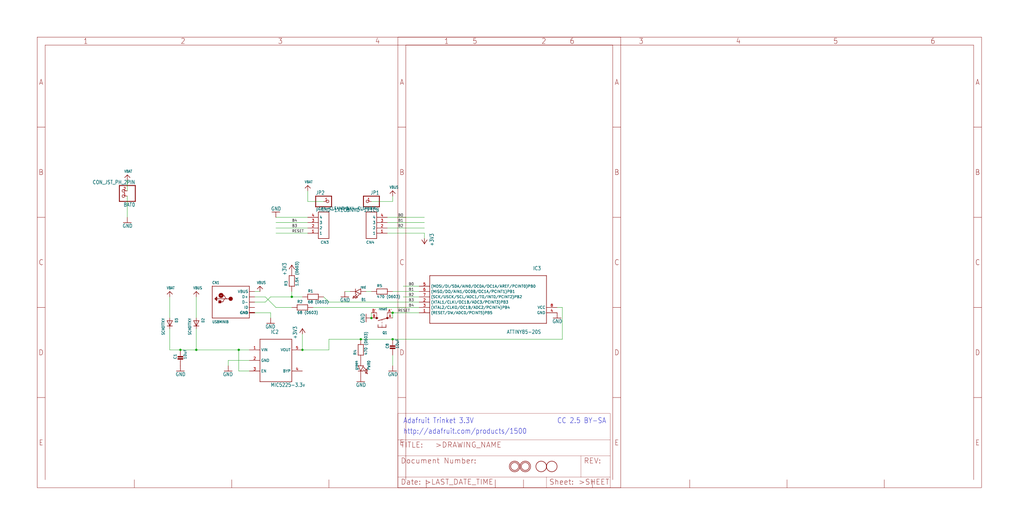
<source format=kicad_sch>
(kicad_sch (version 20211123) (generator eeschema)
  (paper "User" 490.22 254.406)
  (lib_symbols
    (symbol "eagleSchem-eagle-import:+3V3" (power)
      (property "Value" "+3V3" (at -2.54 -5.08 90))
      (symbol "+3V3_1_0"
        (polyline (pts (xy 0 0) (xy -1.27 -1.905)) (stroke (width 0.254)))
        (polyline (pts (xy 1.27 -1.905) (xy 0 0)) (stroke (width 0.254)))
        (pin power_in line (at 0 -2.54 90) (length 2.54) (name "+3V3") (number "1"))
      )
    )
    (symbol "eagleSchem-eagle-import:1X4-CLEANBIG"
      (property "Reference" "CN" (at 5.08 7.62 0))
      (property "Value" "1X4-CLEANBIG" (at 0 -10.16 0))
      (symbol "1X4-CLEANBIG_1_0"
        (polyline (pts (xy 0 -7.62) (xy 0 5.08)) (stroke (width 0.254)))
        (polyline (pts (xy 0 5.08) (xy 5.08 5.08)) (stroke (width 0.254)))
        (polyline (pts (xy 5.08 -7.62) (xy 0 -7.62)) (stroke (width 0.254)))
        (polyline (pts (xy 5.08 5.08) (xy 5.08 -7.62)) (stroke (width 0.254)))
        (pin bidirectional line (at -5.08 2.54 0) (length 5.08) (name "1") (number "1"))
        (pin bidirectional line (at -5.08 0 0) (length 5.08) (name "2") (number "2"))
        (pin bidirectional line (at -5.08 -2.54 0) (length 5.08) (name "3") (number "3"))
        (pin bidirectional line (at -5.08 -5.08 0) (length 5.08) (name "4") (number "4"))
      )
    )
    (symbol "eagleSchem-eagle-import:ATTINY85S"
      (property "Reference" "IC" (at -25.4 12.7 0))
      (property "Value" "ATTINY85S" (at -25.4 -17.78 0))
      (symbol "ATTINY85S_1_0"
        (polyline (pts (xy -27.94 -12.7) (xy -27.94 10.16)) (stroke (width 0.254)))
        (polyline (pts (xy -27.94 10.16) (xy 27.94 10.16)) (stroke (width 0.254)))
        (polyline (pts (xy 27.94 -12.7) (xy -27.94 -12.7)) (stroke (width 0.254)))
        (polyline (pts (xy 27.94 10.16) (xy 27.94 -12.7)) (stroke (width 0.254)))
        (pin bidirectional line (at 33.02 -7.62 180) (length 5.08) (name "(RESET/DW/ADC0/PCINT5)PB5") (number "1"))
        (pin bidirectional line (at 33.02 -2.54 180) (length 5.08) (name "(XTAL1/CLKI/OC1B/ADC3/PCINT3)PB3") (number "2"))
        (pin bidirectional line (at 33.02 -5.08 180) (length 5.08) (name "(XTAL2/CLKO/OC1B/ADC2/PCINT4)PB4") (number "3"))
        (pin bidirectional line (at -33.02 -7.62 0) (length 5.08) (name "GND") (number "4"))
        (pin bidirectional line (at 33.02 5.08 180) (length 5.08) (name "(MOSI/DI/SDA/AIN0/OC0A/OC1A/AREF/PCINT0)PB0") (number "5"))
        (pin bidirectional line (at 33.02 2.54 180) (length 5.08) (name "(MISO/DO/AIN1/OC0B/OC1A/PCINT1)PB1") (number "6"))
        (pin bidirectional line (at 33.02 0 180) (length 5.08) (name "(SCK/USCK/SCL/ADC1/T0/INT0/PCINT2)PB2") (number "7"))
        (pin bidirectional line (at -33.02 -5.08 0) (length 5.08) (name "VCC") (number "8"))
      )
    )
    (symbol "eagleSchem-eagle-import:CAP_CERAMIC0805-NOOUTLINE"
      (property "Reference" "C" (at -1.79 0.54 90))
      (property "Value" "CAP_CERAMIC0805-NOOUTLINE" (at 3 0.54 90))
      (symbol "CAP_CERAMIC0805-NOOUTLINE_1_0"
        (rectangle (start -1.27 0.508) (end 1.27 1.016) (fill (type outline)))
        (rectangle (start -1.27 1.524) (end 1.27 2.032) (fill (type outline)))
        (polyline (pts (xy 0 0.762) (xy 0 0)) (stroke (width 0.1524)))
        (polyline (pts (xy 0 2.54) (xy 0 1.778)) (stroke (width 0.1524)))
        (pin passive line (at 0 5.08 270) (length 2.54) (name "1") (number "1"))
        (pin passive line (at 0 -2.54 90) (length 2.54) (name "2") (number "2"))
      )
    )
    (symbol "eagleSchem-eagle-import:CON_JST_PH_2PIN"
      (property "Reference" "X" (at -6.35 5.715 0))
      (property "Value" "CON_JST_PH_2PIN" (at -6.35 -5.08 0))
      (symbol "CON_JST_PH_2PIN_1_0"
        (polyline (pts (xy -6.35 -2.54) (xy 1.27 -2.54)) (stroke (width 0.4064)))
        (polyline (pts (xy -6.35 5.08) (xy -6.35 -2.54)) (stroke (width 0.4064)))
        (polyline (pts (xy 1.27 -2.54) (xy 1.27 5.08)) (stroke (width 0.4064)))
        (polyline (pts (xy 1.27 5.08) (xy -6.35 5.08)) (stroke (width 0.4064)))
        (pin passive inverted (at -2.54 2.54 0) (length 2.54) (name "1") (number "1"))
        (pin passive inverted (at -2.54 0 0) (length 2.54) (name "2") (number "2"))
      )
    )
    (symbol "eagleSchem-eagle-import:DIODE_SOD-123FL"
      (property "Reference" "D" (at -2.54 2.54 0))
      (property "Value" "DIODE_SOD-123FL" (at -2.54 -3.81 0))
      (symbol "DIODE_SOD-123FL_1_0"
        (polyline (pts (xy -1.27 -1.27) (xy 1.27 0)) (stroke (width 0.254)))
        (polyline (pts (xy -1.27 1.27) (xy -1.27 -1.27)) (stroke (width 0.254)))
        (polyline (pts (xy 1.27 0) (xy -1.27 1.27)) (stroke (width 0.254)))
        (polyline (pts (xy 1.27 0) (xy 1.27 -1.27)) (stroke (width 0.254)))
        (polyline (pts (xy 1.27 1.27) (xy 1.27 0)) (stroke (width 0.254)))
        (pin passive line (at -2.54 0 0) (length 2.54) (name "A") (number "A"))
        (pin passive line (at 2.54 0 180) (length 2.54) (name "C") (number "C"))
      )
    )
    (symbol "eagleSchem-eagle-import:FIDUCIAL"
      (symbol "FIDUCIAL_1_0"
        (circle (center 0 0) (radius 2.54) (stroke (width 0.254)))
      )
    )
    (symbol "eagleSchem-eagle-import:FRAME_A_L"
      (symbol "FRAME_A_L_0_0"
        (polyline (pts (xy 0 43.18) (xy 3.81 43.18)))
        (polyline (pts (xy 0 86.36) (xy 3.81 86.36)))
        (polyline (pts (xy 0 129.54) (xy 3.81 129.54)))
        (polyline (pts (xy 0 172.72) (xy 3.81 172.72)))
        (polyline (pts (xy 3.81 3.81) (xy 3.81 212.09)))
        (polyline (pts (xy 46.5667 0) (xy 46.5667 3.81)))
        (polyline (pts (xy 93.1333 0) (xy 93.1333 3.81)))
        (polyline (pts (xy 139.7 0) (xy 139.7 3.81)))
        (polyline (pts (xy 186.2667 0) (xy 186.2667 3.81)))
        (polyline (pts (xy 232.8333 0) (xy 232.8333 3.81)))
        (polyline (pts (xy 275.59 3.81) (xy 275.59 212.09)))
        (polyline (pts (xy 275.59 43.18) (xy 279.4 43.18)))
        (polyline (pts (xy 275.59 86.36) (xy 279.4 86.36)))
        (polyline (pts (xy 275.59 129.54) (xy 279.4 129.54)))
        (polyline (pts (xy 275.59 172.72) (xy 279.4 172.72)))
        (polyline (pts (xy 275.59 212.09) (xy 3.81 212.09)))
        (polyline (pts (xy 0 0) (xy 279.4 0) (xy 279.4 215.9) (xy 0 215.9) (xy 0 0)))
        (text "1" (at 23.2833 213.995 0) (effects (font (size 2.54 2.286))))
        (text "2" (at 69.85 213.995 0) (effects (font (size 2.54 2.286))))
        (text "3" (at 116.4167 213.995 0) (effects (font (size 2.54 2.286))))
        (text "4" (at 162.9833 213.995 0) (effects (font (size 2.54 2.286))))
        (text "5" (at 209.55 213.995 0) (effects (font (size 2.54 2.286))))
        (text "6" (at 256.1167 213.995 0) (effects (font (size 2.54 2.286))))
        (text "A" (at 1.905 194.31 0) (effects (font (size 2.54 2.286))))
        (text "A" (at 277.495 194.31 0) (effects (font (size 2.54 2.286))))
        (text "B" (at 1.905 151.13 0) (effects (font (size 2.54 2.286))))
        (text "B" (at 277.495 151.13 0) (effects (font (size 2.54 2.286))))
        (text "C" (at 1.905 107.95 0) (effects (font (size 2.54 2.286))))
        (text "C" (at 277.495 107.95 0) (effects (font (size 2.54 2.286))))
        (text "D" (at 1.905 64.77 0) (effects (font (size 2.54 2.286))))
        (text "D" (at 277.495 64.77 0) (effects (font (size 2.54 2.286))))
        (text "E" (at 1.905 21.59 0) (effects (font (size 2.54 2.286))))
        (text "E" (at 277.495 21.59 0) (effects (font (size 2.54 2.286))))
      )
      (symbol "FRAME_A_L_2_0"
        (polyline (pts (xy 0 0) (xy 0 5.08)) (stroke (width 0.1016)))
        (polyline (pts (xy 0 0) (xy 71.12 0)) (stroke (width 0.1016)))
        (polyline (pts (xy 0 5.08) (xy 0 15.24)) (stroke (width 0.1016)))
        (polyline (pts (xy 0 5.08) (xy 71.12 5.08)) (stroke (width 0.1016)))
        (polyline (pts (xy 0 15.24) (xy 0 22.86)) (stroke (width 0.1016)))
        (polyline (pts (xy 0 22.86) (xy 0 35.56)) (stroke (width 0.1016)))
        (polyline (pts (xy 0 22.86) (xy 101.6 22.86)) (stroke (width 0.1016)))
        (polyline (pts (xy 71.12 0) (xy 101.6 0)) (stroke (width 0.1016)))
        (polyline (pts (xy 71.12 5.08) (xy 71.12 0)) (stroke (width 0.1016)))
        (polyline (pts (xy 71.12 5.08) (xy 87.63 5.08)) (stroke (width 0.1016)))
        (polyline (pts (xy 87.63 5.08) (xy 101.6 5.08)) (stroke (width 0.1016)))
        (polyline (pts (xy 87.63 15.24) (xy 0 15.24)) (stroke (width 0.1016)))
        (polyline (pts (xy 87.63 15.24) (xy 87.63 5.08)) (stroke (width 0.1016)))
        (polyline (pts (xy 101.6 5.08) (xy 101.6 0)) (stroke (width 0.1016)))
        (polyline (pts (xy 101.6 15.24) (xy 87.63 15.24)) (stroke (width 0.1016)))
        (polyline (pts (xy 101.6 15.24) (xy 101.6 5.08)) (stroke (width 0.1016)))
        (polyline (pts (xy 101.6 22.86) (xy 101.6 15.24)) (stroke (width 0.1016)))
        (polyline (pts (xy 101.6 35.56) (xy 0 35.56)) (stroke (width 0.1016)))
        (polyline (pts (xy 101.6 35.56) (xy 101.6 22.86)) (stroke (width 0.1016)))
        (text ">DRAWING_NAME" (at 17.78 19.05 0) (effects (font (size 2.54 2.54)) (justify left bottom)))
        (text ">LAST_DATE_TIME" (at 12.7 1.27 0) (effects (font (size 2.54 2.54)) (justify left bottom)))
        (text ">SHEET" (at 86.36 1.27 0) (effects (font (size 2.54 2.54)) (justify left bottom)))
        (text "Date:" (at 1.27 1.27 0) (effects (font (size 2.54 2.54)) (justify left bottom)))
        (text "Document Number:" (at 1.27 11.43 0) (effects (font (size 2.54 2.54)) (justify left bottom)))
        (text "REV:" (at 88.9 11.43 0) (effects (font (size 2.54 2.54)) (justify left bottom)))
        (text "Sheet:" (at 72.39 1.27 0) (effects (font (size 2.54 2.54)) (justify left bottom)))
        (text "TITLE:" (at 1.27 19.05 0) (effects (font (size 2.54 2.54)) (justify left bottom)))
      )
    )
    (symbol "eagleSchem-eagle-import:GND" (power)
      (property "Value" "GND" (at -2.54 -2.54 0))
      (symbol "GND_1_0"
        (polyline (pts (xy -1.905 0) (xy 1.905 0)) (stroke (width 0.254)))
        (pin power_in line (at 0 2.54 270) (length 2.54) (name "GND") (number "1"))
      )
    )
    (symbol "eagleSchem-eagle-import:LED0805_NOOUTLINE"
      (property "Reference" "LED" (at -5.08 3.175 0))
      (property "Value" "LED0805_NOOUTLINE" (at -5.08 -2.794 0))
      (symbol "LED0805_NOOUTLINE_1_0"
        (polyline (pts (xy -2.54 -1.27) (xy 0 0)) (stroke (width 0.254)))
        (polyline (pts (xy -2.54 1.27) (xy -2.54 -1.27)) (stroke (width 0.254)))
        (polyline (pts (xy -1.905 1.27) (xy -0.635 2.54)) (stroke (width 0.254)))
        (polyline (pts (xy -0.9525 2.8575) (xy -0.3175 2.2225)) (stroke (width 0.254)))
        (polyline (pts (xy -0.635 1.27) (xy 0.635 2.54)) (stroke (width 0.254)))
        (polyline (pts (xy -0.3175 2.2225) (xy 0 3.175)) (stroke (width 0.254)))
        (polyline (pts (xy 0 0) (xy -2.54 1.27)) (stroke (width 0.254)))
        (polyline (pts (xy 0 0) (xy 0 -1.27)) (stroke (width 0.254)))
        (polyline (pts (xy 0 1.27) (xy 0 0)) (stroke (width 0.254)))
        (polyline (pts (xy 0 3.175) (xy -0.9525 2.8575)) (stroke (width 0.254)))
        (polyline (pts (xy 0.3175 2.8575) (xy 0.9525 2.2225)) (stroke (width 0.254)))
        (polyline (pts (xy 0.9525 2.2225) (xy 1.27 3.175)) (stroke (width 0.254)))
        (polyline (pts (xy 1.27 3.175) (xy 0.3175 2.8575)) (stroke (width 0.254)))
        (pin passive line (at -5.08 0 0) (length 2.54) (name "A") (number "A"))
        (pin passive line (at 2.54 0 180) (length 2.54) (name "C") (number "C"))
      )
    )
    (symbol "eagleSchem-eagle-import:LP298XS"
      (property "Reference" "IC" (at -12.7 -5.08 90))
      (property "Value" "LP298XS" (at 12.7 -5.08 90))
      (symbol "LP298XS_1_0"
        (polyline (pts (xy -10.16 -10.16) (xy 10.16 -10.16)) (stroke (width 0.254)))
        (polyline (pts (xy -10.16 5.08) (xy -10.16 -10.16)) (stroke (width 0.254)))
        (polyline (pts (xy 10.16 -10.16) (xy 10.16 5.08)) (stroke (width 0.254)))
        (polyline (pts (xy 10.16 5.08) (xy -10.16 5.08)) (stroke (width 0.254)))
        (pin bidirectional line (at -5.08 -15.24 90) (length 5.08) (name "VIN") (number "1"))
        (pin bidirectional line (at 0 -15.24 90) (length 5.08) (name "GND") (number "2"))
        (pin bidirectional line (at 5.08 -15.24 90) (length 5.08) (name "EN") (number "3"))
        (pin bidirectional line (at 5.08 10.16 270) (length 5.08) (name "BYP") (number "4"))
        (pin bidirectional line (at -5.08 10.16 270) (length 5.08) (name "VOUT") (number "5"))
      )
    )
    (symbol "eagleSchem-eagle-import:MOUNTINGHOLE2.0"
      (symbol "MOUNTINGHOLE2.0_1_0"
        (circle (center 0 0) (radius 1.905) (stroke (width 0.254)))
        (circle (center 0 0) (radius 2.54) (stroke (width 0.254)))
      )
    )
    (symbol "eagleSchem-eagle-import:PINHD-1X1CB"
      (property "Reference" "JP" (at -6.35 3.175 0))
      (property "Value" "PINHD-1X1CB" (at -6.35 -5.08 0))
      (symbol "PINHD-1X1CB_1_0"
        (polyline (pts (xy -6.35 -2.54) (xy 1.27 -2.54)) (stroke (width 0.4064)))
        (polyline (pts (xy -6.35 2.54) (xy -6.35 -2.54)) (stroke (width 0.4064)))
        (polyline (pts (xy 1.27 -2.54) (xy 1.27 2.54)) (stroke (width 0.4064)))
        (polyline (pts (xy 1.27 2.54) (xy -6.35 2.54)) (stroke (width 0.4064)))
        (pin passive inverted (at -2.54 0 0) (length 2.54) (name "1") (number "1"))
      )
    )
    (symbol "eagleSchem-eagle-import:RESISTOR_0603_NOOUT"
      (property "Reference" "R" (at -2.54 2.032 0))
      (property "Value" "RESISTOR_0603_NOOUT" (at -2.54 -3.175 0))
      (symbol "RESISTOR_0603_NOOUT_1_0"
        (polyline (pts (xy -2.54 -1.27) (xy -2.54 1.27)) (stroke (width 0.254)))
        (polyline (pts (xy -2.54 1.27) (xy 2.54 1.27)) (stroke (width 0.254)))
        (polyline (pts (xy 2.54 -1.27) (xy -2.54 -1.27)) (stroke (width 0.254)))
        (polyline (pts (xy 2.54 1.27) (xy 2.54 -1.27)) (stroke (width 0.254)))
        (pin passive line (at -5.08 0 0) (length 2.54) (name "1") (number "1"))
        (pin passive line (at 5.08 0 180) (length 2.54) (name "2") (number "2"))
      )
    )
    (symbol "eagleSchem-eagle-import:SWITCH_TACT_SMT4.6X2.8"
      (property "Reference" "SW" (at -2.54 6.35 0))
      (property "Value" "SWITCH_TACT_SMT4.6X2.8" (at -2.54 -5.08 0))
      (symbol "SWITCH_TACT_SMT4.6X2.8_1_0"
        (circle (center -2.54 0) (radius 0.127) (stroke (width 0.4064)))
        (polyline (pts (xy -2.54 -2.54) (xy -2.54 0)) (stroke (width 0.1524)))
        (polyline (pts (xy -2.54 0) (xy 1.905 1.27)) (stroke (width 0.254)))
        (polyline (pts (xy -1.905 4.445) (xy -1.905 3.175)) (stroke (width 0.254)))
        (polyline (pts (xy 0 1.27) (xy 0 0.635)) (stroke (width 0.1524)))
        (polyline (pts (xy 0 2.54) (xy 0 1.905)) (stroke (width 0.1524)))
        (polyline (pts (xy 0 4.445) (xy -1.905 4.445)) (stroke (width 0.254)))
        (polyline (pts (xy 0 4.445) (xy 0 3.175)) (stroke (width 0.1524)))
        (polyline (pts (xy 1.905 0) (xy 2.54 0)) (stroke (width 0.254)))
        (polyline (pts (xy 1.905 4.445) (xy 0 4.445)) (stroke (width 0.254)))
        (polyline (pts (xy 1.905 4.445) (xy 1.905 3.175)) (stroke (width 0.254)))
        (polyline (pts (xy 2.54 -2.54) (xy 2.54 0)) (stroke (width 0.1524)))
        (circle (center 2.54 0) (radius 0.127) (stroke (width 0.4064)))
        (pin passive line (at -5.08 0 0) (length 2.54) (name "P") (number "A"))
        (pin passive line (at -5.08 -2.54 0) (length 2.54) (name "P1") (number "A'"))
        (pin passive line (at 5.08 0 180) (length 2.54) (name "S") (number "B"))
        (pin passive line (at 5.08 -2.54 180) (length 2.54) (name "S1") (number "B'"))
      )
    )
    (symbol "eagleSchem-eagle-import:USBMINIB"
      (property "Reference" "X" (at -10.16 8.636 0))
      (property "Value" "USBMINIB" (at -10.16 -10.16 0))
      (symbol "USBMINIB_1_0"
        (rectangle (start -7.12 -0.45) (end -5.92 0.75) (fill (type outline)))
        (circle (center -5.92 3.2) (radius 0.2) (stroke (width 1)))
        (circle (center -1.32 1.6) (radius 0.5) (stroke (width 1)))
        (polyline (pts (xy -10.2 7.62) (xy -10.16 7.62)) (stroke (width 0.254)))
        (polyline (pts (xy -10.16 -7.62) (xy 7.62 -7.62)) (stroke (width 0.254)))
        (polyline (pts (xy -10.16 7.62) (xy -10.16 -7.62)) (stroke (width 0.254)))
        (polyline (pts (xy -10.16 7.62) (xy 7.62 7.62)) (stroke (width 0.254)))
        (polyline (pts (xy -8.92 1.6) (xy -8.12 2.4)) (stroke (width 0.254)))
        (polyline (pts (xy -8.52 1.4) (xy -8.32 1.2)) (stroke (width 0.254)))
        (polyline (pts (xy -8.52 1.6) (xy -8.52 1.4)) (stroke (width 0.254)))
        (polyline (pts (xy -8.32 1.2) (xy -8.32 2)) (stroke (width 0.254)))
        (polyline (pts (xy -8.32 2) (xy -8.72 1.6)) (stroke (width 0.254)))
        (polyline (pts (xy -8.12 0.8) (xy -8.92 1.6)) (stroke (width 0.254)))
        (polyline (pts (xy -8.12 1) (xy -8.12 2.4)) (stroke (width 0.254)))
        (polyline (pts (xy -8.12 2.4) (xy -7.92 2.4)) (stroke (width 0.254)))
        (polyline (pts (xy -7.92 0.8) (xy -8.12 0.8)) (stroke (width 0.254)))
        (polyline (pts (xy -7.92 1.6) (xy -7.92 0.8)) (stroke (width 0.254)))
        (polyline (pts (xy -7.92 2.4) (xy -7.92 1.6)) (stroke (width 0.254)))
        (polyline (pts (xy -6.27 0.15) (xy -5.07 0.15)) (stroke (width 0.254)))
        (polyline (pts (xy -5.52 3.2) (xy -4.52 3.2)) (stroke (width 0.254)))
        (polyline (pts (xy -5.07 0.15) (xy -4.22 1.6)) (stroke (width 0.254)))
        (polyline (pts (xy -4.52 3.2) (xy -3.47 1.6)) (stroke (width 0.254)))
        (polyline (pts (xy -4.22 1.6) (xy -7.92 1.6)) (stroke (width 0.254)))
        (polyline (pts (xy -3.47 1.6) (xy -4.22 1.6)) (stroke (width 0.254)))
        (polyline (pts (xy -1.32 1.6) (xy -3.47 1.6)) (stroke (width 0.254)))
        (polyline (pts (xy 7.62 7.62) (xy 7.62 -7.62)) (stroke (width 0.254)))
        (pin bidirectional line (at 10.16 2.54 180) (length 2.54) (name "D+") (number "D+"))
        (pin bidirectional line (at 10.16 0 180) (length 2.54) (name "D-") (number "D-"))
        (pin power_in line (at 10.16 -5.08 180) (length 2.54) (name "GND") (number "GND"))
        (pin power_in line (at 10.16 -5.08 180) (length 2.54) (name "GND") (number "GND1"))
        (pin power_in line (at 10.16 -5.08 180) (length 2.54) (name "GND") (number "GND2"))
        (pin power_in line (at 10.16 -5.08 180) (length 2.54) (name "GND") (number "GND3"))
        (pin power_in line (at 10.16 -5.08 180) (length 2.54) (name "GND") (number "GND4"))
        (pin bidirectional line (at 10.16 -2.54 180) (length 2.54) (name "ID") (number "ID"))
        (pin power_in line (at 10.16 5.08 180) (length 2.54) (name "VBUS") (number "VBUS"))
      )
    )
    (symbol "eagleSchem-eagle-import:VBAT" (power)
      (property "Value" "VBAT" (at -1.524 1.016 0))
      (symbol "VBAT_1_0"
        (polyline (pts (xy -1.27 -1.27) (xy 0 0)) (stroke (width 0.254)))
        (polyline (pts (xy 0 0) (xy 1.27 -1.27)) (stroke (width 0.254)))
        (pin power_in line (at 0 -2.54 90) (length 2.54) (name "VBAT") (number "1"))
      )
    )
    (symbol "eagleSchem-eagle-import:VBUS" (power)
      (property "Value" "VBUS" (at -1.524 1.016 0))
      (symbol "VBUS_1_0"
        (polyline (pts (xy -1.27 -1.27) (xy 0 0)) (stroke (width 0.254)))
        (polyline (pts (xy 0 0) (xy 1.27 -1.27)) (stroke (width 0.254)))
        (pin power_in line (at 0 -2.54 90) (length 2.54) (name "VBUS") (number "1"))
      )
    )
  )
  (junction (at 187.96 162.56))
  (junction (at 177.8 152.4))
  (junction (at 86.36 167.64))
  (junction (at 144.78 167.64))
  (junction (at 172.72 162.56))
  (junction (at 187.96 149.86))
  (junction (at 114.3 167.64))
  (junction (at 93.98 167.64))
  (junction (at 139.7 142.24))
  (wire (pts (xy 124.46 139.7) (xy 121.92 139.7)))
  (wire (pts (xy 187.96 149.86) (xy 200.66 149.86)))
  (wire (pts (xy 157.48 162.56) (xy 172.72 162.56)))
  (wire (pts (xy 121.92 149.86) (xy 129.54 149.86)))
  (wire (pts (xy 93.98 167.64) (xy 114.3 167.64)))
  (wire (pts (xy 187.96 175.26) (xy 187.96 170.18)))
  (wire (pts (xy 139.7 139.7) (xy 139.7 142.24)))
  (wire (pts (xy 157.48 167.64) (xy 157.48 162.56)))
  (wire (pts (xy 139.7 142.24) (xy 144.78 142.24)))
  (wire (pts (xy 121.92 144.78) (xy 127 144.78)))
  (wire (pts (xy 187.96 162.56) (xy 269.24 162.56)))
  (wire (pts (xy 154.94 142.24) (xy 157.48 144.78)))
  (wire (pts (xy 147.32 104.14) (xy 132.08 104.14)))
  (wire (pts (xy 203.2 111.76) (xy 185.42 111.76)))
  (wire (pts (xy 129.54 149.86) (xy 129.54 152.4)))
  (wire (pts (xy 121.92 142.24) (xy 127 142.24)))
  (wire (pts (xy 147.32 96.52) (xy 147.32 91.44)))
  (wire (pts (xy 81.28 142.24) (xy 81.28 152.4)))
  (wire (pts (xy 93.98 157.48) (xy 93.98 167.64)))
  (wire (pts (xy 203.2 109.22) (xy 185.42 109.22)))
  (wire (pts (xy 185.42 104.14) (xy 203.2 104.14)))
  (wire (pts (xy 109.22 172.72) (xy 109.22 175.26)))
  (wire (pts (xy 119.38 172.72) (xy 109.22 172.72)))
  (wire (pts (xy 187.96 96.52) (xy 177.8 96.52)))
  (wire (pts (xy 86.36 167.64) (xy 81.28 167.64)))
  (wire (pts (xy 129.54 142.24) (xy 139.7 142.24)))
  (wire (pts (xy 147.32 111.76) (xy 132.08 111.76)))
  (wire (pts (xy 114.3 177.8) (xy 114.3 167.64)))
  (wire (pts (xy 193.04 137.16) (xy 200.66 137.16)))
  (wire (pts (xy 200.66 139.7) (xy 187.96 139.7)))
  (wire (pts (xy 132.08 147.32) (xy 139.7 147.32)))
  (wire (pts (xy 157.48 144.78) (xy 200.66 144.78)))
  (wire (pts (xy 187.96 149.86) (xy 187.96 152.4)))
  (wire (pts (xy 93.98 167.64) (xy 86.36 167.64)))
  (wire (pts (xy 114.3 167.64) (xy 119.38 167.64)))
  (wire (pts (xy 203.2 114.3) (xy 203.2 111.76)))
  (wire (pts (xy 147.32 109.22) (xy 132.08 109.22)))
  (wire (pts (xy 269.24 147.32) (xy 266.7 147.32)))
  (wire (pts (xy 93.98 152.4) (xy 93.98 142.24)))
  (wire (pts (xy 172.72 162.56) (xy 187.96 162.56)))
  (wire (pts (xy 81.28 167.64) (xy 81.28 157.48)))
  (wire (pts (xy 144.78 160.02) (xy 144.78 167.64)))
  (wire (pts (xy 60.96 104.14) (xy 60.96 93.98)))
  (wire (pts (xy 187.96 93.98) (xy 187.96 96.52)))
  (wire (pts (xy 177.8 139.7) (xy 175.26 139.7)))
  (wire (pts (xy 165.1 139.7) (xy 167.64 139.7)))
  (wire (pts (xy 127 142.24) (xy 132.08 147.32)))
  (wire (pts (xy 60.96 91.44) (xy 60.96 86.36)))
  (wire (pts (xy 119.38 177.8) (xy 114.3 177.8)))
  (wire (pts (xy 144.78 167.64) (xy 157.48 167.64)))
  (wire (pts (xy 127 144.78) (xy 129.54 142.24)))
  (wire (pts (xy 154.94 96.52) (xy 147.32 96.52)))
  (wire (pts (xy 193.04 142.24) (xy 200.66 142.24)))
  (wire (pts (xy 147.32 106.68) (xy 132.08 106.68)))
  (wire (pts (xy 149.86 147.32) (xy 200.66 147.32)))
  (wire (pts (xy 203.2 106.68) (xy 185.42 106.68)))
  (wire (pts (xy 269.24 162.56) (xy 269.24 147.32)))
  (wire (pts (xy 177.8 149.86) (xy 177.8 152.4)))
  (text "CC 2.5 BY-SA" (at 266.7 203.2 180) (effects (font (size 2.54 2.159)) (justify left bottom)))
  (text "http://adafruit.com/products/1500" (at 193.04 208.28 180) (effects (font (size 2.54 2.159)) (justify left bottom)))
  (text "Adafruit Trinket 3.3V" (at 193.04 203.2 180) (effects (font (size 2.54 2.159)) (justify left bottom)))
  (label "B3" (at 195.58 144.78 0) (effects (font (size 1.2446 1.2446))))
  (label "B1" (at 195.58 139.7 0) (effects (font (size 1.2446 1.2446))))
  (label "B0" (at 190.5 104.14 0) (effects (font (size 1.2446 1.2446))))
  (label "B1" (at 190.5 106.68 0) (effects (font (size 1.2446 1.2446))))
  (label "B0" (at 195.58 137.16 0) (effects (font (size 1.2446 1.2446))))
  (label "B4" (at 195.58 147.32 0) (effects (font (size 1.2446 1.2446))))
  (label "RESET" (at 190.5 149.86 0) (effects (font (size 1.2446 1.2446))))
  (label "B3" (at 139.7 109.22 0) (effects (font (size 1.2446 1.2446))))
  (label "RESET" (at 139.7 111.76 0) (effects (font (size 1.2446 1.2446))))
  (label "B2" (at 195.58 142.24 0) (effects (font (size 1.2446 1.2446))))
  (label "B2" (at 190.5 109.22 0) (effects (font (size 1.2446 1.2446))))
  (label "B4" (at 139.7 106.68 0) (effects (font (size 1.2446 1.2446))))
  (symbol (lib_id "eagleSchem-eagle-import:VBUS") (at 187.96 91.44 0) (unit 1)
    (property "Reference" "#U$11" (effects hide))
    (property "Value" "VBUS" (at 186.436 90.424 0) (effects (font (size 1.27 1.0795)) (justify left bottom)))
    (property "Footprint" "eagleSchem:" (effects hide))
  )
  (symbol (lib_id "eagleSchem-eagle-import:RESISTOR_0603_NOOUT") (at 182.88 139.7 0) (unit 1)
    (property "Reference" "R5" (at 180.34 137.668 0) (effects (justify left bottom)))
    (property "Value" "470 (0603)" (at 180.34 142.875 0) (effects (justify left bottom)))
    (property "Footprint" "eagleSchem:0603-NO" (effects hide))
  )
  (symbol (lib_id "eagleSchem-eagle-import:USBMINIB") (at 111.76 144.78 0) (unit 1)
    (property "Reference" "CN1" (at 101.6 136.144 0) (effects (font (size 1.27 1.0795)) (justify left bottom)))
    (property "Value" "USBMINIB" (at 101.6 154.94 0) (effects (font (size 1.27 1.0795)) (justify left bottom)))
    (property "Footprint" "eagleSchem:USB-MINIB" (effects hide))
  )
  (symbol (lib_id "eagleSchem-eagle-import:GND") (at 86.36 177.8 0) (mirror y) (unit 1)
    (property "Reference" "#GND3" (effects hide))
    (property "Value" "GND" (at 88.9 180.34 0) (effects (font (size 1.778 1.5113)) (justify left bottom)))
    (property "Footprint" "eagleSchem:" (effects hide))
  )
  (symbol (lib_id "eagleSchem-eagle-import:VBAT") (at 60.96 83.82 0) (unit 1)
    (property "Reference" "#U$7" (effects hide))
    (property "Value" "VBAT" (at 59.436 82.804 0) (effects (font (size 1.27 1.0795)) (justify left bottom)))
    (property "Footprint" "eagleSchem:" (effects hide))
  )
  (symbol (lib_id "eagleSchem-eagle-import:LP298XS") (at 134.62 172.72 270) (unit 1)
    (property "Reference" "IC2" (at 129.54 160.02 90) (effects (font (size 1.778 1.5113)) (justify left bottom)))
    (property "Value" "MIC5225-3.3v" (at 129.54 185.42 90) (effects (font (size 1.778 1.5113)) (justify left bottom)))
    (property "Footprint" "eagleSchem:SOT23-5L" (effects hide))
  )
  (symbol (lib_id "eagleSchem-eagle-import:FIDUCIAL") (at 259.08 223.52 0) (unit 1)
    (property "Reference" "U$6" (effects hide))
    (property "Value" "FIDUCIAL" (effects hide))
    (property "Footprint" "eagleSchem:FIDUCIAL_1MM" (effects hide))
  )
  (symbol (lib_id "eagleSchem-eagle-import:GND") (at 129.54 154.94 0) (unit 1)
    (property "Reference" "#GND1" (effects hide))
    (property "Value" "GND" (at 127 157.48 0) (effects (font (size 1.778 1.5113)) (justify left bottom)))
    (property "Footprint" "eagleSchem:" (effects hide))
  )
  (symbol (lib_id "eagleSchem-eagle-import:GND") (at 175.26 152.4 270) (mirror x) (unit 1)
    (property "Reference" "#GND5" (effects hide))
    (property "Value" "GND" (at 172.72 154.94 0) (effects (font (size 1.778 1.5113)) (justify left bottom)))
    (property "Footprint" "eagleSchem:" (effects hide))
  )
  (symbol (lib_id "eagleSchem-eagle-import:GND") (at 165.1 142.24 0) (mirror y) (unit 1)
    (property "Reference" "#GND4" (effects hide))
    (property "Value" "GND" (at 167.64 144.78 0) (effects (font (size 1.778 1.5113)) (justify left bottom)))
    (property "Footprint" "eagleSchem:" (effects hide))
  )
  (symbol (lib_id "eagleSchem-eagle-import:RESISTOR_0603_NOOUT") (at 139.7 134.62 90) (unit 1)
    (property "Reference" "R3" (at 137.668 137.16 0) (effects (justify left bottom)))
    (property "Value" "1.5K (0603)" (at 142.875 137.16 0) (effects (justify left bottom)))
    (property "Footprint" "eagleSchem:0603-NO" (effects hide))
  )
  (symbol (lib_id "eagleSchem-eagle-import:VBAT") (at 147.32 88.9 0) (unit 1)
    (property "Reference" "#U$10" (effects hide))
    (property "Value" "VBAT" (at 145.796 87.884 0) (effects (font (size 1.27 1.0795)) (justify left bottom)))
    (property "Footprint" "eagleSchem:" (effects hide))
  )
  (symbol (lib_id "eagleSchem-eagle-import:1X4-CLEANBIG") (at 180.34 109.22 180) (unit 1)
    (property "Reference" "CN4" (at 175.26 116.84 0) (effects (justify right top)))
    (property "Value" "1X4-CLEANBIG" (at 180.34 99.06 0) (effects (justify left bottom)))
    (property "Footprint" "eagleSchem:1X04-CLEANBIG" (effects hide))
  )
  (symbol (lib_id "eagleSchem-eagle-import:VBUS") (at 124.46 137.16 0) (unit 1)
    (property "Reference" "#U$2" (effects hide))
    (property "Value" "VBUS" (at 122.936 136.144 0) (effects (font (size 1.27 1.0795)) (justify left bottom)))
    (property "Footprint" "eagleSchem:" (effects hide))
  )
  (symbol (lib_id "eagleSchem-eagle-import:FRAME_A_L") (at 17.78 233.68 0) (unit 1)
    (property "Reference" "#FRAME1" (effects hide))
    (property "Value" "FRAME_A_L" (effects hide))
    (property "Footprint" "eagleSchem:" (effects hide))
  )
  (symbol (lib_id "eagleSchem-eagle-import:+3V3") (at 203.2 116.84 180) (unit 1)
    (property "Reference" "#+3V2" (effects hide))
    (property "Value" "+3V3" (at 205.74 111.76 90) (effects (font (size 1.778 1.5113)) (justify left bottom)))
    (property "Footprint" "eagleSchem:" (effects hide))
  )
  (symbol (lib_id "eagleSchem-eagle-import:CAP_CERAMIC0805-NOOUTLINE") (at 187.96 167.64 0) (unit 1)
    (property "Reference" "C8" (at 186.17 167.1 90) (effects (justify left bottom)))
    (property "Value" "10uF" (at 190.96 167.1 90) (effects (justify left bottom)))
    (property "Footprint" "eagleSchem:0805-NO" (effects hide))
  )
  (symbol (lib_id "eagleSchem-eagle-import:RESISTOR_0603_NOOUT") (at 144.78 147.32 0) (unit 1)
    (property "Reference" "R2" (at 142.24 145.288 0) (effects (justify left bottom)))
    (property "Value" "68 (0603)" (at 142.24 150.495 0) (effects (justify left bottom)))
    (property "Footprint" "eagleSchem:0603-NO" (effects hide))
  )
  (symbol (lib_id "eagleSchem-eagle-import:GND") (at 172.72 182.88 0) (mirror y) (unit 1)
    (property "Reference" "#GND6" (effects hide))
    (property "Value" "GND" (at 175.26 185.42 0) (effects (font (size 1.778 1.5113)) (justify left bottom)))
    (property "Footprint" "eagleSchem:" (effects hide))
  )
  (symbol (lib_id "eagleSchem-eagle-import:LED0805_NOOUTLINE") (at 172.72 177.8 270) (unit 1)
    (property "Reference" "PWR0" (at 175.895 172.72 0) (effects (font (size 1.27 1.0795)) (justify left bottom)))
    (property "Value" "green" (at 169.926 172.72 0) (effects (font (size 1.27 1.0795)) (justify left bottom)))
    (property "Footprint" "eagleSchem:CHIPLED_0805_NOOUTLINE" (effects hide))
  )
  (symbol (lib_id "eagleSchem-eagle-import:GND") (at 109.22 177.8 0) (unit 1)
    (property "Reference" "#GND11" (effects hide))
    (property "Value" "GND" (at 106.68 180.34 0) (effects (font (size 1.778 1.5113)) (justify left bottom)))
    (property "Footprint" "eagleSchem:" (effects hide))
  )
  (symbol (lib_id "eagleSchem-eagle-import:CON_JST_PH_2PIN") (at 58.42 91.44 180) (unit 1)
    (property "Reference" "BAT0" (at 64.77 97.155 0) (effects (font (size 1.778 1.5113)) (justify left bottom)))
    (property "Value" "CON_JST_PH_2PIN" (at 64.77 86.36 0) (effects (font (size 1.778 1.5113)) (justify left bottom)))
    (property "Footprint" "eagleSchem:JSTPH2" (effects hide))
  )
  (symbol (lib_id "eagleSchem-eagle-import:DIODE_SOD-123FL") (at 81.28 154.94 270) (unit 1)
    (property "Reference" "D3" (at 83.82 152.4 0) (effects (font (size 1.27 1.0795)) (justify left bottom)))
    (property "Value" "SCHOTTKY" (at 77.47 152.4 0) (effects (font (size 1.27 1.0795)) (justify left bottom)))
    (property "Footprint" "eagleSchem:SOD-123FL" (effects hide))
  )
  (symbol (lib_id "eagleSchem-eagle-import:DIODE_SOD-123FL") (at 93.98 154.94 270) (unit 1)
    (property "Reference" "D2" (at 96.52 152.4 0) (effects (font (size 1.27 1.0795)) (justify left bottom)))
    (property "Value" "SCHOTTKY" (at 90.17 152.4 0) (effects (font (size 1.27 1.0795)) (justify left bottom)))
    (property "Footprint" "eagleSchem:SOD-123FL" (effects hide))
  )
  (symbol (lib_id "eagleSchem-eagle-import:CAP_CERAMIC0805-NOOUTLINE") (at 86.36 172.72 0) (unit 1)
    (property "Reference" "C1" (at 84.57 172.18 90) (effects (justify left bottom)))
    (property "Value" "10uF" (at 89.36 172.18 90) (effects (justify left bottom)))
    (property "Footprint" "eagleSchem:0805-NO" (effects hide))
  )
  (symbol (lib_id "eagleSchem-eagle-import:GND") (at 60.96 106.68 0) (mirror y) (unit 1)
    (property "Reference" "#GND16" (effects hide))
    (property "Value" "GND" (at 63.5 109.22 0) (effects (font (size 1.778 1.5113)) (justify left bottom)))
    (property "Footprint" "eagleSchem:" (effects hide))
  )
  (symbol (lib_id "eagleSchem-eagle-import:PINHD-1X1CB") (at 175.26 96.52 0) (mirror y) (unit 1)
    (property "Reference" "JP1" (at 181.61 93.345 0) (effects (font (size 1.778 1.5113)) (justify left bottom)))
    (property "Value" "PINHD-1X1CB" (at 181.61 101.6 0) (effects (font (size 1.778 1.5113)) (justify left bottom)))
    (property "Footprint" "eagleSchem:1X01-CLEANBIG" (effects hide))
  )
  (symbol (lib_id "eagleSchem-eagle-import:MOUNTINGHOLE2.0") (at 246.38 223.52 0) (unit 1)
    (property "Reference" "U$9" (effects hide))
    (property "Value" "MOUNTINGHOLE2.0" (effects hide))
    (property "Footprint" "eagleSchem:MOUNTINGHOLE_2.0_PLATED" (effects hide))
  )
  (symbol (lib_id "eagleSchem-eagle-import:VBAT") (at 81.28 139.7 0) (unit 1)
    (property "Reference" "#U$4" (effects hide))
    (property "Value" "VBAT" (at 79.756 138.684 0) (effects (font (size 1.27 1.0795)) (justify left bottom)))
    (property "Footprint" "eagleSchem:" (effects hide))
  )
  (symbol (lib_id "eagleSchem-eagle-import:FIDUCIAL") (at 264.16 223.52 0) (unit 1)
    (property "Reference" "U$1" (effects hide))
    (property "Value" "FIDUCIAL" (effects hide))
    (property "Footprint" "eagleSchem:FIDUCIAL_1MM" (effects hide))
  )
  (symbol (lib_id "eagleSchem-eagle-import:LED0805_NOOUTLINE") (at 170.18 139.7 180) (unit 1)
    (property "Reference" "B1" (at 175.26 142.875 0) (effects (font (size 1.27 1.0795)) (justify left bottom)))
    (property "Value" "red" (at 175.26 136.906 0) (effects (font (size 1.27 1.0795)) (justify left bottom)))
    (property "Footprint" "eagleSchem:CHIPLED_0805_NOOUTLINE" (effects hide))
  )
  (symbol (lib_id "eagleSchem-eagle-import:SWITCH_TACT_SMT4.6X2.8") (at 182.88 152.4 180) (unit 1)
    (property "Reference" "Q1" (at 185.42 158.75 0) (effects (font (size 1.27 1.0795)) (justify left bottom)))
    (property "Value" "reset" (at 185.42 147.32 0) (effects (font (size 1.27 1.0795)) (justify left bottom)))
    (property "Footprint" "eagleSchem:BTN_KMR2_4.6X2.8" (effects hide))
  )
  (symbol (lib_id "eagleSchem-eagle-import:ATTINY85S") (at 233.68 142.24 0) (mirror y) (unit 1)
    (property "Reference" "IC3" (at 259.08 129.54 0) (effects (font (size 1.778 1.5113)) (justify left bottom)))
    (property "Value" "ATTINY85-20S" (at 259.08 160.02 0) (effects (font (size 1.778 1.5113)) (justify left bottom)))
    (property "Footprint" "eagleSchem:SOIC8" (effects hide))
  )
  (symbol (lib_id "eagleSchem-eagle-import:+3V3") (at 139.7 127 0) (unit 1)
    (property "Reference" "#+3V1" (effects hide))
    (property "Value" "+3V3" (at 137.16 132.08 90) (effects (font (size 1.778 1.5113)) (justify left bottom)))
    (property "Footprint" "eagleSchem:" (effects hide))
  )
  (symbol (lib_id "eagleSchem-eagle-import:1X4-CLEANBIG") (at 152.4 109.22 0) (mirror x) (unit 1)
    (property "Reference" "CN3" (at 157.48 116.84 0) (effects (justify right top)))
    (property "Value" "1X4-CLEANBIG" (at 152.4 99.06 0) (effects (justify left bottom)))
    (property "Footprint" "eagleSchem:1X04-CLEANBIG" (effects hide))
  )
  (symbol (lib_id "eagleSchem-eagle-import:+3V3") (at 144.78 157.48 0) (unit 1)
    (property "Reference" "#+3V3" (effects hide))
    (property "Value" "+3V3" (at 142.24 162.56 90) (effects (font (size 1.778 1.5113)) (justify left bottom)))
    (property "Footprint" "eagleSchem:" (effects hide))
  )
  (symbol (lib_id "eagleSchem-eagle-import:RESISTOR_0603_NOOUT") (at 172.72 167.64 90) (unit 1)
    (property "Reference" "R4" (at 170.688 170.18 0) (effects (justify left bottom)))
    (property "Value" "470 (0603)" (at 175.895 170.18 0) (effects (justify left bottom)))
    (property "Footprint" "eagleSchem:0603-NO" (effects hide))
  )
  (symbol (lib_id "eagleSchem-eagle-import:FRAME_A_L") (at 190.5 233.68 0) (unit 2)
    (property "Reference" "#FRAME1" (effects hide))
    (property "Value" "FRAME_A_L" (effects hide))
    (property "Footprint" "eagleSchem:" (effects hide))
  )
  (symbol (lib_id "eagleSchem-eagle-import:PINHD-1X1CB") (at 157.48 96.52 0) (unit 1)
    (property "Reference" "JP2" (at 151.13 93.345 0) (effects (font (size 1.778 1.5113)) (justify left bottom)))
    (property "Value" "PINHD-1X1CB" (at 151.13 101.6 0) (effects (font (size 1.778 1.5113)) (justify left bottom)))
    (property "Footprint" "eagleSchem:1X01-CLEANBIG" (effects hide))
  )
  (symbol (lib_id "eagleSchem-eagle-import:GND") (at 266.7 152.4 0) (mirror y) (unit 1)
    (property "Reference" "#GND22" (effects hide))
    (property "Value" "GND" (at 269.24 154.94 0) (effects (font (size 1.778 1.5113)) (justify left bottom)))
    (property "Footprint" "eagleSchem:" (effects hide))
  )
  (symbol (lib_id "eagleSchem-eagle-import:RESISTOR_0603_NOOUT") (at 149.86 142.24 0) (unit 1)
    (property "Reference" "R1" (at 147.32 140.208 0) (effects (justify left bottom)))
    (property "Value" "68 (0603)" (at 147.32 145.415 0) (effects (justify left bottom)))
    (property "Footprint" "eagleSchem:0603-NO" (effects hide))
  )
  (symbol (lib_id "eagleSchem-eagle-import:GND") (at 132.08 101.6 180) (unit 1)
    (property "Reference" "#GND2" (effects hide))
    (property "Value" "GND" (at 134.62 99.06 0) (effects (font (size 1.778 1.5113)) (justify left bottom)))
    (property "Footprint" "eagleSchem:" (effects hide))
  )
  (symbol (lib_id "eagleSchem-eagle-import:VBUS") (at 93.98 139.7 0) (unit 1)
    (property "Reference" "#U$3" (effects hide))
    (property "Value" "VBUS" (at 92.456 138.684 0) (effects (font (size 1.27 1.0795)) (justify left bottom)))
    (property "Footprint" "eagleSchem:" (effects hide))
  )
  (symbol (lib_id "eagleSchem-eagle-import:GND") (at 187.96 177.8 0) (mirror y) (unit 1)
    (property "Reference" "#GND12" (effects hide))
    (property "Value" "GND" (at 190.5 180.34 0) (effects (font (size 1.778 1.5113)) (justify left bottom)))
    (property "Footprint" "eagleSchem:" (effects hide))
  )
  (symbol (lib_id "eagleSchem-eagle-import:MOUNTINGHOLE2.0") (at 251.46 223.52 0) (unit 1)
    (property "Reference" "U$8" (effects hide))
    (property "Value" "MOUNTINGHOLE2.0" (effects hide))
    (property "Footprint" "eagleSchem:MOUNTINGHOLE_2.0_PLATED" (effects hide))
  )
)
</source>
